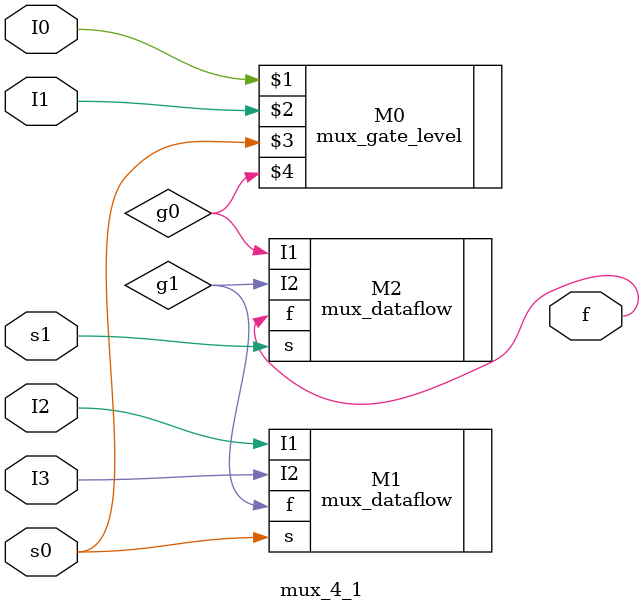
<source format=v>
/*
making 4:1 mux using 3 2:1 mux 
using instansiation
*/
module mux_4_1 (
	input I0,I1,I2,I3,s0,s1,
	output f
);
wire g0,g1;
mux_gate_level M0(I0,I1,s0,g0);
mux_dataflow M1(
.I1(I2),
.I2(I3),
.s(s0),
.f(g1)
);
mux_dataflow M2(
.I1(g0),
.I2(g1),
.s(s1),
.f(f)
);
endmodule


</source>
